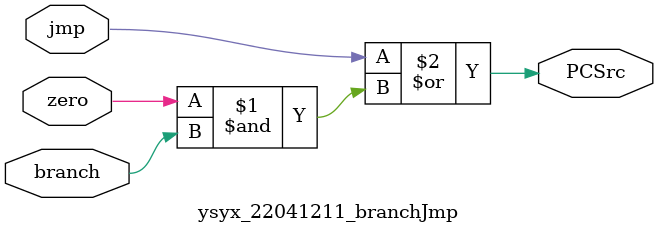
<source format=v>
module ysyx_22041211_branchJmp(
	input		                		zero,
	input		                        branch,
	input 		                        jmp,
	output		                        PCSrc
);
    assign PCSrc = jmp | (zero & branch);

endmodule
</source>
